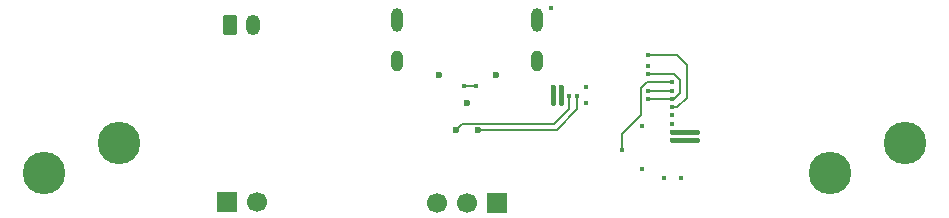
<source format=gbr>
%TF.GenerationSoftware,KiCad,Pcbnew,9.0.3*%
%TF.CreationDate,2025-07-16T18:33:31-04:00*%
%TF.ProjectId,board,626f6172-642e-46b6-9963-61645f706362,rev?*%
%TF.SameCoordinates,Original*%
%TF.FileFunction,Copper,L1,Top*%
%TF.FilePolarity,Positive*%
%FSLAX46Y46*%
G04 Gerber Fmt 4.6, Leading zero omitted, Abs format (unit mm)*
G04 Created by KiCad (PCBNEW 9.0.3) date 2025-07-16 18:33:31*
%MOMM*%
%LPD*%
G01*
G04 APERTURE LIST*
G04 Aperture macros list*
%AMRoundRect*
0 Rectangle with rounded corners*
0 $1 Rounding radius*
0 $2 $3 $4 $5 $6 $7 $8 $9 X,Y pos of 4 corners*
0 Add a 4 corners polygon primitive as box body*
4,1,4,$2,$3,$4,$5,$6,$7,$8,$9,$2,$3,0*
0 Add four circle primitives for the rounded corners*
1,1,$1+$1,$2,$3*
1,1,$1+$1,$4,$5*
1,1,$1+$1,$6,$7*
1,1,$1+$1,$8,$9*
0 Add four rect primitives between the rounded corners*
20,1,$1+$1,$2,$3,$4,$5,0*
20,1,$1+$1,$4,$5,$6,$7,0*
20,1,$1+$1,$6,$7,$8,$9,0*
20,1,$1+$1,$8,$9,$2,$3,0*%
G04 Aperture macros list end*
%TA.AperFunction,ComponentPad*%
%ADD10RoundRect,0.250000X-0.350000X-0.625000X0.350000X-0.625000X0.350000X0.625000X-0.350000X0.625000X0*%
%TD*%
%TA.AperFunction,ComponentPad*%
%ADD11O,1.200000X1.750000*%
%TD*%
%TA.AperFunction,ComponentPad*%
%ADD12R,1.700000X1.700000*%
%TD*%
%TA.AperFunction,ComponentPad*%
%ADD13C,1.700000*%
%TD*%
%TA.AperFunction,ComponentPad*%
%ADD14O,1.000000X1.800000*%
%TD*%
%TA.AperFunction,ComponentPad*%
%ADD15O,1.000000X2.000000*%
%TD*%
%TA.AperFunction,ComponentPad*%
%ADD16C,3.600000*%
%TD*%
%TA.AperFunction,ViaPad*%
%ADD17C,0.450000*%
%TD*%
%TA.AperFunction,ViaPad*%
%ADD18C,0.600000*%
%TD*%
%TA.AperFunction,Conductor*%
%ADD19C,0.200000*%
%TD*%
%TA.AperFunction,Conductor*%
%ADD20C,0.400000*%
%TD*%
G04 APERTURE END LIST*
D10*
%TO.P,J2,1,Pin_1*%
%TO.N,GND*%
X42900001Y-22250000D03*
D11*
%TO.P,J2,2,Pin_2*%
%TO.N,VBAT*%
X44900002Y-22250000D03*
%TD*%
D12*
%TO.P,J4,1,Pin_1*%
%TO.N,Net-(J4-Pin_1)*%
X42625000Y-37200000D03*
D13*
%TO.P,J4,2,Pin_2*%
%TO.N,Net-(J4-Pin_2)*%
X45165000Y-37200000D03*
%TD*%
D14*
%TO.P,J1,SH1,SHIELD*%
%TO.N,GND*%
X57050000Y-25300000D03*
%TO.P,J1,SH2,SHIELD*%
X68950000Y-25300000D03*
D15*
%TO.P,J1,SH3,SHIELD*%
X57050000Y-21800000D03*
%TO.P,J1,SH4,SHIELD*%
X68950000Y-21800000D03*
%TD*%
D16*
%TO.P,SW1,1,1*%
%TO.N,/BUTTON_L*%
X33510000Y-32240000D03*
%TO.P,SW1,2,2*%
%TO.N,GND*%
X27160000Y-34780000D03*
%TD*%
%TO.P,SW2,2,2*%
%TO.N,GND*%
X93760000Y-34780000D03*
%TO.P,SW2,1,1*%
%TO.N,/BUTTON_R*%
X100110000Y-32240000D03*
%TD*%
D13*
%TO.P,J3,3,Pin_3*%
%TO.N,Net-(J3-Pin_3)*%
X60460001Y-37300000D03*
%TO.P,J3,2,Pin_2*%
%TO.N,GND*%
X63000000Y-37300000D03*
D12*
%TO.P,J3,1,Pin_1*%
%TO.N,Net-(J3-Pin_1)*%
X65540000Y-37300000D03*
%TD*%
D17*
%TO.N,9V*%
X82500000Y-32000000D03*
X80300000Y-32000000D03*
%TO.N,Net-(DS1-IREF)*%
X80300000Y-29200000D03*
X78300000Y-24800000D03*
%TO.N,Net-(DS1-VCOMH)*%
X82500000Y-31300000D03*
X80300000Y-31300000D03*
%TO.N,3V3*%
X77800000Y-34425000D03*
X79625000Y-35200000D03*
X81075000Y-35200000D03*
%TO.N,/DISP_PIN_CS*%
X78300000Y-26375000D03*
%TO.N,3V3*%
X78300000Y-25735000D03*
%TO.N,/DISP_PIN_RST*%
X78300000Y-27800000D03*
%TO.N,GND*%
X80300000Y-29900000D03*
%TO.N,3V3*%
X70100000Y-20800000D03*
%TO.N,/DISP_PIN_DC*%
X80300000Y-27100000D03*
%TO.N,3V3*%
X77780000Y-30800000D03*
X80300000Y-30600000D03*
%TO.N,/DISP_PIN_RST*%
X80300000Y-27800000D03*
%TO.N,/DISP_PIN_CS*%
X78300000Y-28500000D03*
X80300000Y-28500000D03*
D18*
%TO.N,/USB_D+*%
X63949999Y-31137500D03*
%TO.N,/USB_D-*%
X62050001Y-31137500D03*
D17*
%TO.N,1V1*%
X70930000Y-27485000D03*
%TO.N,3V3*%
X70230000Y-28890000D03*
X70230069Y-27474999D03*
%TO.N,1V1*%
X70930762Y-28890000D03*
%TO.N,/USB_D-*%
X71630763Y-28250000D03*
%TO.N,/USB_D+*%
X72330761Y-28250002D03*
%TO.N,3V3*%
X73020000Y-27490000D03*
X73020000Y-28890000D03*
D18*
%TO.N,VBUS*%
X63000000Y-28862500D03*
X65400000Y-26450000D03*
X60600000Y-26450000D03*
D17*
%TO.N,Net-(J1-DP1)*%
X63750000Y-27450000D03*
X62750000Y-27450000D03*
%TO.N,/DISP_PIN_DC*%
X76100000Y-32800000D03*
%TD*%
D19*
%TO.N,/USB_D-*%
X62587501Y-30600000D02*
X62050001Y-31137500D01*
X70385000Y-30600000D02*
X62587501Y-30600000D01*
X71620000Y-29365000D02*
X70385000Y-30600000D01*
X71620000Y-28260763D02*
X71620000Y-29365000D01*
X71630763Y-28250000D02*
X71620000Y-28260763D01*
%TO.N,/DISP_PIN_DC*%
X78200000Y-27100000D02*
X80300000Y-27100000D01*
X77700000Y-27600000D02*
X78200000Y-27100000D01*
X77700000Y-29900000D02*
X77700000Y-27600000D01*
X76100000Y-31500000D02*
X77700000Y-29900000D01*
X76100000Y-32800000D02*
X76100000Y-31500000D01*
D20*
%TO.N,9V*%
X82500000Y-32000000D02*
X80300000Y-32000000D01*
D19*
%TO.N,Net-(DS1-IREF)*%
X80800000Y-29200000D02*
X80300000Y-29200000D01*
X81600000Y-25600000D02*
X81600000Y-28400000D01*
X80800000Y-24800000D02*
X81600000Y-25600000D01*
X81600000Y-28400000D02*
X80800000Y-29200000D01*
X78300000Y-24800000D02*
X80800000Y-24800000D01*
%TO.N,/DISP_PIN_CS*%
X80500000Y-28500000D02*
X80300000Y-28500000D01*
X81000000Y-28000000D02*
X80500000Y-28500000D01*
X81000000Y-26900000D02*
X81000000Y-28000000D01*
X78300000Y-26375000D02*
X80475000Y-26375000D01*
X80475000Y-26375000D02*
X81000000Y-26900000D01*
X78500000Y-28500000D02*
X80300000Y-28500000D01*
%TO.N,/DISP_PIN_RST*%
X78624997Y-27800000D02*
X78500000Y-27800000D01*
X78624997Y-27800000D02*
X80300000Y-27800000D01*
%TO.N,/USB_D+*%
X72330000Y-29380000D02*
X70572500Y-31137500D01*
X70572500Y-31137500D02*
X63949999Y-31137500D01*
X72330000Y-28250763D02*
X72330000Y-29380000D01*
X72330761Y-28250002D02*
X72330000Y-28250763D01*
%TO.N,1V1*%
X70930762Y-27485762D02*
X70930000Y-27485000D01*
D20*
%TO.N,3V3*%
X70230069Y-27474999D02*
X70230069Y-28889931D01*
%TO.N,1V1*%
X70930762Y-28890000D02*
X70930762Y-27485762D01*
D19*
%TO.N,3V3*%
X70230069Y-28889931D02*
X70230000Y-28890000D01*
%TO.N,/USB_D+*%
X72330761Y-28250002D02*
X72330763Y-28250000D01*
%TO.N,Net-(J1-DP1)*%
X62750000Y-27450000D02*
X63750000Y-27450000D01*
D20*
%TO.N,Net-(DS1-VCOMH)*%
X82500000Y-31300000D02*
X80300000Y-31300000D01*
%TD*%
M02*

</source>
